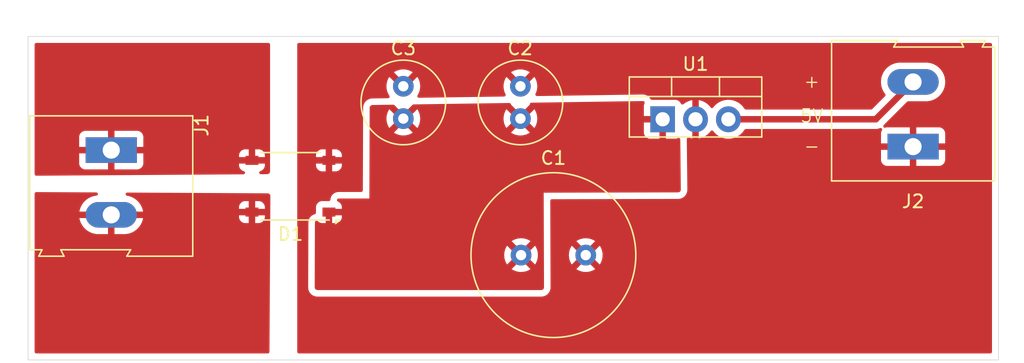
<source format=kicad_pcb>
(kicad_pcb (version 20240108) (generator "pcbnew") (generator_version "8.0")
  (layers (0 "F.Cu" signal) (31 "B.Cu" signal) (34 "B.Paste" user) (35 "F.Paste" user) (36 "B.SilkS" user "B.Silkscreen") (37 "F.SilkS" user "F.Silkscreen") (38 "B.Mask" user) (39 "F.Mask" user) (44 "Edge.Cuts" user))
  (net 0 "")
  (net 1 "GND")
  (net 2 "/AC1")
  (net 3 "/AC2")
  (net 4 "Net-(J2-Pin_2)")
  (net 5 "/VF")
  (footprint "Diode_SMD:Diode_Bridge_Diotec_ABS" (layer "F.Cu") (at 45.275 30.95 180)
    (property "Reference" "D1" (at 0 -3.7 0) (layer "F.SilkS"))
    (property "Value" "ABS2")
    (fp_line (start 2.3 2.6) (end -2.3 2.6) (stroke (width 0.12)) (layer "F.SilkS"))
    (fp_line (start 2.3 -2.61) (end -3 -2.61) (stroke (width 0.12)) (layer "F.SilkS"))
    (fp_poly (pts (xy -3.5 -2.61) (xy -3.78 -2.61) (xy -3.5 -2.89) (xy -3.5 -2.61)) (stroke (width 0.12)) (fill solid) (layer "F.SilkS"))
    (pad "1" smd rect (at -2.975 -2 180) (size 1 0.7) (layers "F.Cu" "F.Paste" "F.Mask") (net 5 "/VF"))
    (pad "2" smd rect (at -2.975 2 180) (size 1 0.7) (layers "F.Cu" "F.Paste" "F.Mask") (net 1 "GND"))
    (pad "3" smd rect (at 2.975 2 180) (size 1 0.7) (layers "F.Cu" "F.Paste" "F.Mask") (net 3 "/AC2"))
    (pad "4" smd rect (at 2.975 -2 180) (size 1 0.7) (layers "F.Cu" "F.Paste" "F.Mask") (net 2 "/AC1"))
  )
  (footprint "TerminalBlock:TerminalBlock_Altech_AK300-2_P5.00mm" (layer "F.Cu") (at 93.4 27.89 90)
    (property "Reference" "J2" (at -4.235 0 180) (layer "F.SilkS"))
    (property "Value" "Screw_Terminal_01x02")
    (fp_line (start 8.2 -6.3) (end -2.65 -6.3) (stroke (width 0.12)) (layer "F.SilkS"))
    (fp_line (start -2.65 -6.3) (end -2.65 6.3) (stroke (width 0.12)) (layer "F.SilkS"))
    (fp_line (start 7.7 -1.5) (end 8.2 -1.2) (stroke (width 0.12)) (layer "F.SilkS"))
    (fp_line (start 8.2 -1.2) (end 8.2 -6.3) (stroke (width 0.12)) (layer "F.SilkS"))
    (fp_line (start 8.2 3.65) (end 7.7 3.9) (stroke (width 0.12)) (layer "F.SilkS"))
    (fp_line (start 8.2 3.7) (end 8.2 3.65) (stroke (width 0.12)) (layer "F.SilkS"))
    (fp_line (start 7.7 3.9) (end 7.7 -1.5) (stroke (width 0.12)) (layer "F.SilkS"))
    (fp_line (start 7.7 5.35) (end 8.2 5.6) (stroke (width 0.12)) (layer "F.SilkS"))
    (fp_line (start 8.2 5.6) (end 8.2 3.7) (stroke (width 0.12)) (layer "F.SilkS"))
    (fp_line (start 7.7 6.3) (end 7.7 5.35) (stroke (width 0.12)) (layer "F.SilkS"))
    (fp_line (start -2.65 6.3) (end 7.7 6.3) (stroke (width 0.12)) (layer "F.SilkS"))
    (pad "1" thru_hole rect (at 0 0 90) (size 1.98 3.96) (drill 1.32) (layers "*.Cu" "*.Mask") (net 1 "GND"))
    (pad "2" thru_hole oval (at 5 0 90) (size 1.98 3.96) (drill 1.32) (layers "*.Cu" "*.Mask") (net 4 "Net-(J2-Pin_2)"))
  )
  (footprint "Capacitor_THT:C_Radial_D12.5mm_H20.0mm_P5.00mm" (layer "F.Cu") (at 63.1 36.275)
    (property "Reference" "C1" (at 2.5 -7.5 0) (layer "F.SilkS"))
    (property "Value" "470u")
    (fp_circle (center 2.5 0) (end 8.87 0) (stroke (width 0.12)) (fill none) (layer "F.SilkS"))
    (pad "1" thru_hole circle (at 0 0) (size 1.6 1.6) (drill 0.8) (layers "*.Cu" "*.Mask") (net 5 "/VF"))
    (pad "2" thru_hole circle (at 5 0) (size 1.6 1.6) (drill 0.8) (layers "*.Cu" "*.Mask") (net 1 "GND"))
  )
  (footprint "Capacitor_THT:C_Radial_D6.3mm_H11.0mm_P2.50mm" (layer "F.Cu") (at 63.05 25.725 90)
    (property "Reference" "C2" (at 5.425 -0.025 180) (layer "F.SilkS"))
    (property "Value" "100u")
    (fp_circle (center 1.25 0) (end 4.52 0) (stroke (width 0.12)) (fill none) (layer "F.SilkS"))
    (pad "1" thru_hole circle (at 0 0 90) (size 1.6 1.6) (drill 0.8) (layers "*.Cu" "*.Mask") (net 5 "/VF"))
    (pad "2" thru_hole circle (at 2.5 0 90) (size 1.6 1.6) (drill 0.8) (layers "*.Cu" "*.Mask") (net 1 "GND"))
  )
  (footprint "Package_TO_SOT_THT:TO-220-3_Vertical" (layer "F.Cu") (at 74.045 25.775)
    (property "Reference" "U1" (at 2.54 -4.27 0) (layer "F.SilkS"))
    (property "Value" "LM7805_TO220")
    (fp_line (start -2.58 -3.27) (end -2.58 1.371) (stroke (width 0.12)) (layer "F.SilkS"))
    (fp_line (start -2.58 -3.27) (end 7.66 -3.27) (stroke (width 0.12)) (layer "F.SilkS"))
    (fp_line (start -2.58 -1.76) (end 7.66 -1.76) (stroke (width 0.12)) (layer "F.SilkS"))
    (fp_line (start -2.58 1.371) (end 7.66 1.371) (stroke (width 0.12)) (layer "F.SilkS"))
    (fp_line (start 0.69 -3.27) (end 0.69 -1.76) (stroke (width 0.12)) (layer "F.SilkS"))
    (fp_line (start 4.391 -3.27) (end 4.391 -1.76) (stroke (width 0.12)) (layer "F.SilkS"))
    (fp_line (start 7.66 -3.27) (end 7.66 1.371) (stroke (width 0.12)) (layer "F.SilkS"))
    (pad "1" thru_hole rect (at 0 0) (size 1.905 2) (drill 1.1) (layers "*.Cu" "*.Mask") (net 5 "/VF"))
    (pad "2" thru_hole oval (at 2.54 0) (size 1.905 2) (drill 1.1) (layers "*.Cu" "*.Mask") (net 1 "GND"))
    (pad "3" thru_hole oval (at 5.08 0) (size 1.905 2) (drill 1.1) (layers "*.Cu" "*.Mask") (net 4 "Net-(J2-Pin_2)"))
  )
  (footprint "Capacitor_THT:C_Radial_D6.3mm_H11.0mm_P2.50mm" (layer "F.Cu") (at 54 25.725 90)
    (property "Reference" "C3" (at 5.425 0 180) (layer "F.SilkS"))
    (property "Value" "100u")
    (fp_circle (center 1.25 0) (end 4.52 0) (stroke (width 0.12)) (fill none) (layer "F.SilkS"))
    (pad "1" thru_hole circle (at 0 0 90) (size 1.6 1.6) (drill 0.8) (layers "*.Cu" "*.Mask") (net 5 "/VF"))
    (pad "2" thru_hole circle (at 2.5 0 90) (size 1.6 1.6) (drill 0.8) (layers "*.Cu" "*.Mask") (net 1 "GND"))
  )
  (footprint "TerminalBlock:TerminalBlock_Altech_AK300-2_P5.00mm" (layer "F.Cu") (at 31.425 28.16 -90)
    (property "Reference" "J1" (at -1.92 -6.99 90) (layer "F.SilkS"))
    (property "Value" "Screw_Terminal_01x02")
    (fp_line (start -2.65 6.3) (end 7.7 6.3) (stroke (width 0.12)) (layer "F.SilkS"))
    (fp_line (start 7.7 6.3) (end 7.7 5.35) (stroke (width 0.12)) (layer "F.SilkS"))
    (fp_line (start 8.2 5.6) (end 8.2 3.7) (stroke (width 0.12)) (layer "F.SilkS"))
    (fp_line (start 7.7 5.35) (end 8.2 5.6) (stroke (width 0.12)) (layer "F.SilkS"))
    (fp_line (start 7.7 3.9) (end 7.7 -1.5) (stroke (width 0.12)) (layer "F.SilkS"))
    (fp_line (start 8.2 3.7) (end 8.2 3.65) (stroke (width 0.12)) (layer "F.SilkS"))
    (fp_line (start 8.2 3.65) (end 7.7 3.9) (stroke (width 0.12)) (layer "F.SilkS"))
    (fp_line (start 8.2 -1.2) (end 8.2 -6.3) (stroke (width 0.12)) (layer "F.SilkS"))
    (fp_line (start 7.7 -1.5) (end 8.2 -1.2) (stroke (width 0.12)) (layer "F.SilkS"))
    (fp_line (start -2.65 -6.3) (end -2.65 6.3) (stroke (width 0.12)) (layer "F.SilkS"))
    (fp_line (start 8.2 -6.3) (end -2.65 -6.3) (stroke (width 0.12)) (layer "F.SilkS"))
    (pad "1" thru_hole rect (at 0 0 270) (size 1.98 3.96) (drill 1.32) (layers "*.Cu" "*.Mask") (net 3 "/AC2"))
    (pad "2" thru_hole oval (at 5 0 270) (size 1.98 3.96) (drill 1.32) (layers "*.Cu" "*.Mask") (net 2 "/AC1"))
  )
  (gr_rect (start 25 19.375) (end 100 44.375) (stroke (width 0.05)) (fill none) (layer "Edge.Cuts"))
  (gr_text "-" (at 84.885715 28.4295 0) (layer "F.SilkS") (effects (font (size 1 1) (thickness 0.1)) (justify left bottom)))
  (gr_text "+" (at 84.885715 23.4295 0) (layer "F.SilkS") (effects (font (size 1 1) (thickness 0.1)) (justify left bottom)))
  (gr_text "5V" (at 84.6 26.1 0) (layer "F.SilkS") (effects (font (size 1 1) (thickness 0.1)) (justify left bottom)))
  (segment (start 76.23 25.725) (end 76.235 25.72) (width 0.2) (layer "F.Cu") (net 1))
  (segment (start 32.215 28.95) (end 31.425 28.16) (width 0.2) (layer "F.Cu") (net 3))
  (segment (start 90.515 25.775) (end 93.4 22.89) (width 0.5) (layer "F.Cu") (net 4))
  (segment (start 79.125 25.775) (end 90.515 25.775) (width 0.5) (layer "F.Cu") (net 4))
  (segment (start 63.1 25.775) (end 63.05 25.725) (width 0.2) (layer "F.Cu") (net 5))
  (zone (net 1) (net_name "GND") (layer "F.Cu") (connect_pads (clearance 0.5)) (min_thickness 0.25) (fill yes (thermal_gap 0.5) (thermal_bridge_width 0.5))
    (polygon (pts (xy 45.8 19.375) (xy 100 19.375) (xy 100 44.35) (xy 45.8 44.375)))
  )
  (zone (net 5) (net_name "/VF") (layer "F.Cu") (priority 2) (connect_pads (clearance 0.5)) (min_thickness 0.25) (fill yes (thermal_gap 0.5) (thermal_bridge_width 0.5) (smoothing fillet) (radius 0.2))
    (polygon (pts (xy 47.175 31.9) (xy 51.375 31.9) (xy 51.4 24.675) (xy 75.375 24.325) (xy 75.45 31.425) (xy 64.85 31.45) (xy 64.875 38.975) (xy 47.15 38.975)))
  )
  (zone (net 2) (net_name "/AC1") (layer "F.Cu") (priority 1) (connect_pads (clearance 0.5)) (min_thickness 0.25) (fill yes (thermal_gap 0.5) (thermal_bridge_width 0.5) (smoothing fillet) (radius 0.2))
    (polygon (pts (xy 25.100104 31.4) (xy 43.725104 31.5) (xy 43.650104 44.325) (xy 25.050104 44.375)))
  )
  (zone (net 3) (net_name "/AC2") (layer "F.Cu") (priority 1) (connect_pads (clearance 0.5)) (min_thickness 0.25) (fill yes (thermal_gap 0.5) (thermal_bridge_width 0.5) (smoothing fillet) (radius 0.2))
    (polygon (pts (xy 25.050104 19.291796) (xy 43.700104 19.316796) (xy 43.700104 30.016796) (xy 25.075104 30.141796)))
  )
)
</source>
